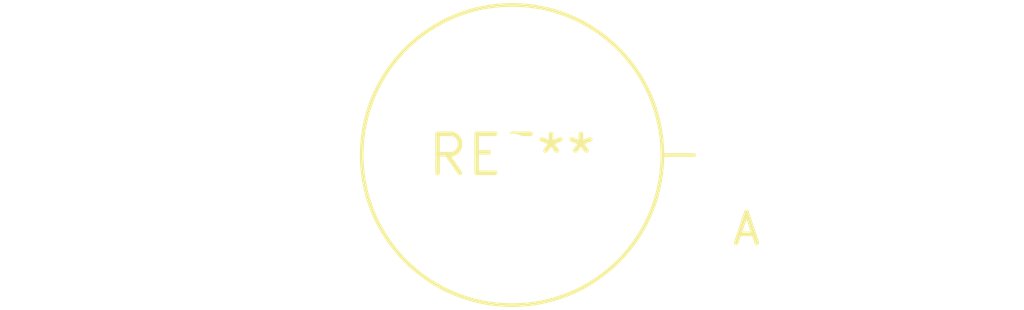
<source format=kicad_pcb>
(kicad_pcb (version 20240108) (generator pcbnew)
  (layers (0 "F.Cu" signal) (31 "B.Cu" signal) (34 "B.Paste" user) (35 "F.Paste" user) (36 "B.SilkS" user "B.Silkscreen") (37 "F.SilkS" user "F.Silkscreen") (38 "B.Mask" user) (39 "F.Mask" user) (44 "Edge.Cuts" user))
  (net 0 "")
  (footprint "D_5KP_P7.62mm_Vertical_AnodeUp" (layer "F.Cu") (at 0 0)
    (property "Reference" "REF**")
    (property "Value" "D_5KP_P7.62mm_Vertical_AnodeUp")
    (fp_line (start 4.885 0) (end 5.92 0) (layer "F.SilkS") (stroke (width 0.12)))
    (fp_circle (center 0 0) (end 4.885 0) (layer "F.SilkS") (stroke (width 0.12)) (fill none))
    (fp_text user "A" (at 7.62 2.4 0) (layer "F.SilkS"))
    (pad "1" thru_hole rect (at 0 0) (size 2.8 2.8) (drill 1.4) (layers *.Cu *.Mask) (remove_unused_layers))
    (pad "2" thru_hole oval (at 7.62 0) (size 2.8 2.8) (drill 1.4) (layers *.Cu *.Mask) (remove_unused_layers))
  )
)
</source>
